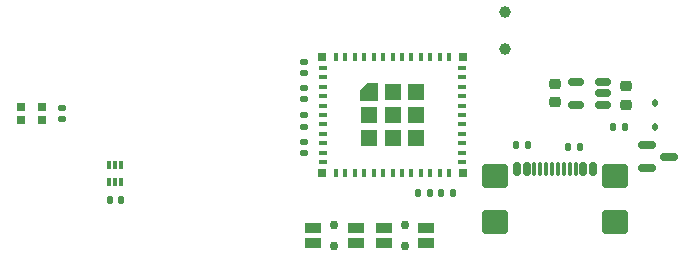
<source format=gbr>
%TF.GenerationSoftware,KiCad,Pcbnew,9.0.1*%
%TF.CreationDate,2025-08-28T21:03:41+10:00*%
%TF.ProjectId,ae-temp-monitor,61652d74-656d-4702-9d6d-6f6e69746f72,rev?*%
%TF.SameCoordinates,Original*%
%TF.FileFunction,Soldermask,Top*%
%TF.FilePolarity,Negative*%
%FSLAX46Y46*%
G04 Gerber Fmt 4.6, Leading zero omitted, Abs format (unit mm)*
G04 Created by KiCad (PCBNEW 9.0.1) date 2025-08-28 21:03:41*
%MOMM*%
%LPD*%
G01*
G04 APERTURE LIST*
G04 Aperture macros list*
%AMRoundRect*
0 Rectangle with rounded corners*
0 $1 Rounding radius*
0 $2 $3 $4 $5 $6 $7 $8 $9 X,Y pos of 4 corners*
0 Add a 4 corners polygon primitive as box body*
4,1,4,$2,$3,$4,$5,$6,$7,$8,$9,$2,$3,0*
0 Add four circle primitives for the rounded corners*
1,1,$1+$1,$2,$3*
1,1,$1+$1,$4,$5*
1,1,$1+$1,$6,$7*
1,1,$1+$1,$8,$9*
0 Add four rect primitives between the rounded corners*
20,1,$1+$1,$2,$3,$4,$5,0*
20,1,$1+$1,$4,$5,$6,$7,0*
20,1,$1+$1,$6,$7,$8,$9,0*
20,1,$1+$1,$8,$9,$2,$3,0*%
%AMFreePoly0*
4,1,6,0.725000,-0.725000,-0.725000,-0.725000,-0.725000,0.125000,-0.125000,0.725000,0.725000,0.725000,0.725000,-0.725000,0.725000,-0.725000,$1*%
G04 Aperture macros list end*
%ADD10C,0.750000*%
%ADD11R,1.400000X0.900000*%
%ADD12RoundRect,0.140000X0.170000X-0.140000X0.170000X0.140000X-0.170000X0.140000X-0.170000X-0.140000X0*%
%ADD13RoundRect,0.140000X-0.170000X0.140000X-0.170000X-0.140000X0.170000X-0.140000X0.170000X0.140000X0*%
%ADD14RoundRect,0.150000X-0.150000X-0.425000X0.150000X-0.425000X0.150000X0.425000X-0.150000X0.425000X0*%
%ADD15RoundRect,0.075000X-0.075000X-0.500000X0.075000X-0.500000X0.075000X0.500000X-0.075000X0.500000X0*%
%ADD16RoundRect,0.250000X-0.840000X-0.750000X0.840000X-0.750000X0.840000X0.750000X-0.840000X0.750000X0*%
%ADD17RoundRect,0.140000X0.140000X0.170000X-0.140000X0.170000X-0.140000X-0.170000X0.140000X-0.170000X0*%
%ADD18R,0.800000X0.400000*%
%ADD19R,0.400000X0.800000*%
%ADD20R,1.450000X1.450000*%
%ADD21FreePoly0,0.000000*%
%ADD22R,0.700000X0.700000*%
%ADD23RoundRect,0.135000X0.135000X0.185000X-0.135000X0.185000X-0.135000X-0.185000X0.135000X-0.185000X0*%
%ADD24RoundRect,0.135000X-0.185000X0.135000X-0.185000X-0.135000X0.185000X-0.135000X0.185000X0.135000X0*%
%ADD25R,0.340000X0.700000*%
%ADD26RoundRect,0.150000X-0.587500X-0.150000X0.587500X-0.150000X0.587500X0.150000X-0.587500X0.150000X0*%
%ADD27RoundRect,0.135000X-0.135000X-0.185000X0.135000X-0.185000X0.135000X0.185000X-0.135000X0.185000X0*%
%ADD28RoundRect,0.112500X-0.112500X0.187500X-0.112500X-0.187500X0.112500X-0.187500X0.112500X0.187500X0*%
%ADD29C,1.000000*%
%ADD30RoundRect,0.225000X0.250000X-0.225000X0.250000X0.225000X-0.250000X0.225000X-0.250000X-0.225000X0*%
%ADD31RoundRect,0.150000X0.512500X0.150000X-0.512500X0.150000X-0.512500X-0.150000X0.512500X-0.150000X0*%
G04 APERTURE END LIST*
D10*
%TO.C,SW2*%
X145145000Y-86589924D03*
X145145000Y-84764924D03*
D11*
X146945000Y-86314924D03*
X143345000Y-86314924D03*
X146945000Y-85014924D03*
X143345000Y-85014924D03*
%TD*%
D12*
%TO.C,C2*%
X136578595Y-71914925D03*
X136578595Y-70954925D03*
%TD*%
D13*
%TO.C,C5*%
X136578595Y-77704926D03*
X136578595Y-78664926D03*
%TD*%
D14*
%TO.C,J1*%
X154660000Y-80009924D03*
X155460000Y-80009924D03*
D15*
X156610000Y-80009925D03*
X157610000Y-80009924D03*
X158110000Y-80009924D03*
X159110000Y-80009925D03*
D14*
X160260000Y-80009924D03*
X161060000Y-80009924D03*
X161060000Y-80009924D03*
X160260000Y-80009924D03*
D15*
X159610000Y-80009924D03*
X158610000Y-80009924D03*
X157110000Y-80009924D03*
X156110000Y-80009924D03*
D14*
X155460000Y-80009924D03*
X154660000Y-80009924D03*
D16*
X152750000Y-80584924D03*
X152750000Y-84514924D03*
X162970000Y-80584924D03*
X162970000Y-84514924D03*
%TD*%
D17*
%TO.C,C4*%
X121100000Y-82659923D03*
X120140000Y-82659923D03*
%TD*%
D10*
%TO.C,SW1*%
X139175000Y-86584924D03*
X139175000Y-84759924D03*
D11*
X140975000Y-86309924D03*
X137375000Y-86309924D03*
X140975000Y-85009924D03*
X137375000Y-85009924D03*
%TD*%
D12*
%TO.C,C1*%
X136578595Y-74144927D03*
X136578595Y-73184927D03*
%TD*%
D18*
%TO.C,U1*%
X138203595Y-71459925D03*
X138203595Y-72259926D03*
X138203595Y-73059925D03*
X138203595Y-73859924D03*
X138203595Y-74659925D03*
X138203595Y-75459925D03*
X138203595Y-76259925D03*
X138203595Y-77059925D03*
X138203595Y-77859926D03*
X138203595Y-78659925D03*
X138203595Y-79459924D03*
D19*
X139303595Y-80359925D03*
X140103594Y-80359925D03*
X140903595Y-80359925D03*
X141703595Y-80359925D03*
X142503595Y-80359925D03*
X143303595Y-80359925D03*
X144103595Y-80359926D03*
X144903595Y-80359925D03*
X145703595Y-80359925D03*
X146503595Y-80359925D03*
X147303595Y-80359925D03*
X148103596Y-80359925D03*
X148903595Y-80359925D03*
D18*
X150003595Y-79459924D03*
X150003595Y-78659925D03*
X150003595Y-77859926D03*
X150003595Y-77059925D03*
X150003595Y-76259925D03*
X150003595Y-75459925D03*
X150003595Y-74659925D03*
X150003595Y-73859924D03*
X150003595Y-73059925D03*
X150003595Y-72259926D03*
X150003595Y-71459925D03*
D19*
X148903595Y-70559926D03*
X148103595Y-70559925D03*
X147303595Y-70559925D03*
X146503595Y-70559925D03*
X145703595Y-70559925D03*
X144903595Y-70559926D03*
X144103595Y-70559925D03*
X143303595Y-70559926D03*
X142503595Y-70559925D03*
X141703595Y-70559925D03*
X140903595Y-70559925D03*
X140103595Y-70559925D03*
X139303595Y-70559926D03*
D20*
X142128595Y-75459925D03*
X142128595Y-77434925D03*
D21*
X142128596Y-73484925D03*
D20*
X144103595Y-73484924D03*
X144103595Y-75459925D03*
X144103595Y-77434925D03*
X146078594Y-73484925D03*
X146078595Y-75459925D03*
X146078595Y-77434925D03*
D22*
X150053595Y-70509925D03*
X150053595Y-80409925D03*
X138153595Y-80409925D03*
X138153595Y-70509925D03*
%TD*%
%TO.C,D2*%
X112614999Y-74794923D03*
X112614999Y-75894923D03*
X114444999Y-75894923D03*
X114444999Y-74794923D03*
%TD*%
D23*
%TO.C,R2*%
X163772498Y-76459923D03*
X162752500Y-76459923D03*
%TD*%
D24*
%TO.C,R1*%
X136578595Y-75424927D03*
X136578595Y-76444925D03*
%TD*%
D23*
%TO.C,R4*%
X149259999Y-82034924D03*
X148240001Y-82034924D03*
%TD*%
D25*
%TO.C,U2*%
X121119999Y-79659925D03*
X120620000Y-79659925D03*
X120120001Y-79659925D03*
X120120001Y-81159925D03*
X120620000Y-81159925D03*
X121119999Y-81159925D03*
%TD*%
D26*
%TO.C,Q1*%
X165662500Y-78034925D03*
X165662500Y-79934925D03*
X167537501Y-78984925D03*
%TD*%
D27*
%TO.C,R3*%
X146240001Y-82034924D03*
X147259999Y-82034924D03*
%TD*%
D28*
%TO.C,D1*%
X166350001Y-74409925D03*
X166350001Y-76509925D03*
%TD*%
D23*
%TO.C,R6*%
X159935000Y-78159925D03*
X158915002Y-78159925D03*
%TD*%
D29*
%TO.C,TP3*%
X153653595Y-66734924D03*
%TD*%
D23*
%TO.C,R5*%
X155559998Y-78009923D03*
X154540000Y-78009923D03*
%TD*%
D30*
%TO.C,C7*%
X157834847Y-74393026D03*
X157834847Y-72843026D03*
%TD*%
%TO.C,C6*%
X163875480Y-74585028D03*
X163875480Y-73035028D03*
%TD*%
D13*
%TO.C,C3*%
X116114999Y-74864923D03*
X116114999Y-75824923D03*
%TD*%
D29*
%TO.C,TP5*%
X153653596Y-69834925D03*
%TD*%
D31*
%TO.C,U4*%
X161942414Y-74580536D03*
X161942414Y-73630537D03*
X161942414Y-72680538D03*
X159667414Y-72680538D03*
X159667414Y-74580536D03*
%TD*%
M02*

</source>
